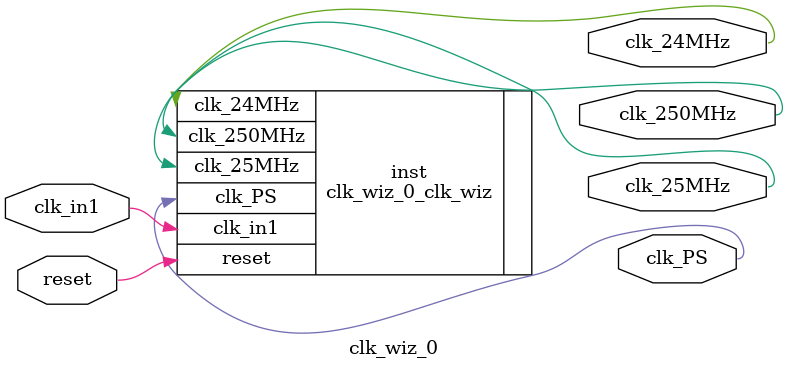
<source format=v>


`timescale 1ps/1ps

(* CORE_GENERATION_INFO = "clk_wiz_0,clk_wiz_v6_0_6_0_0,{component_name=clk_wiz_0,use_phase_alignment=true,use_min_o_jitter=false,use_max_i_jitter=false,use_dyn_phase_shift=false,use_inclk_switchover=false,use_dyn_reconfig=false,enable_axi=0,feedback_source=FDBK_AUTO,PRIMITIVE=MMCM,num_out_clk=4,clkin1_period=8.000,clkin2_period=10.0,use_power_down=false,use_reset=true,use_locked=false,use_inclk_stopped=false,feedback_type=SINGLE,CLOCK_MGR_TYPE=NA,manual_override=false}" *)

module clk_wiz_0 
 (
  // Clock out ports
  output        clk_24MHz,
  output        clk_25MHz,
  output        clk_250MHz,
  output        clk_PS,
  // Status and control signals
  input         reset,
 // Clock in ports
  input         clk_in1
 );

  clk_wiz_0_clk_wiz inst
  (
  // Clock out ports  
  .clk_24MHz(clk_24MHz),
  .clk_25MHz(clk_25MHz),
  .clk_250MHz(clk_250MHz),
  .clk_PS(clk_PS),
  // Status and control signals               
  .reset(reset), 
 // Clock in ports
  .clk_in1(clk_in1)
  );

endmodule

</source>
